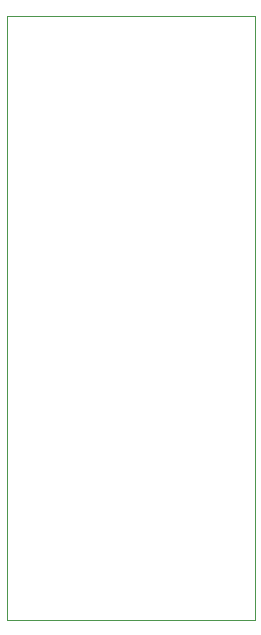
<source format=gbr>
%TF.GenerationSoftware,KiCad,Pcbnew,9.0.2*%
%TF.CreationDate,2025-10-08T13:44:56-04:00*%
%TF.ProjectId,pcb,7063622e-6b69-4636-9164-5f7063625858,rev?*%
%TF.SameCoordinates,Original*%
%TF.FileFunction,Profile,NP*%
%FSLAX46Y46*%
G04 Gerber Fmt 4.6, Leading zero omitted, Abs format (unit mm)*
G04 Created by KiCad (PCBNEW 9.0.2) date 2025-10-08 13:44:56*
%MOMM*%
%LPD*%
G01*
G04 APERTURE LIST*
%TA.AperFunction,Profile*%
%ADD10C,0.050000*%
%TD*%
G04 APERTURE END LIST*
D10*
X90830000Y-64740000D02*
X111830000Y-64740000D01*
X111830000Y-115880000D01*
X90830000Y-115880000D01*
X90830000Y-64740000D01*
M02*

</source>
